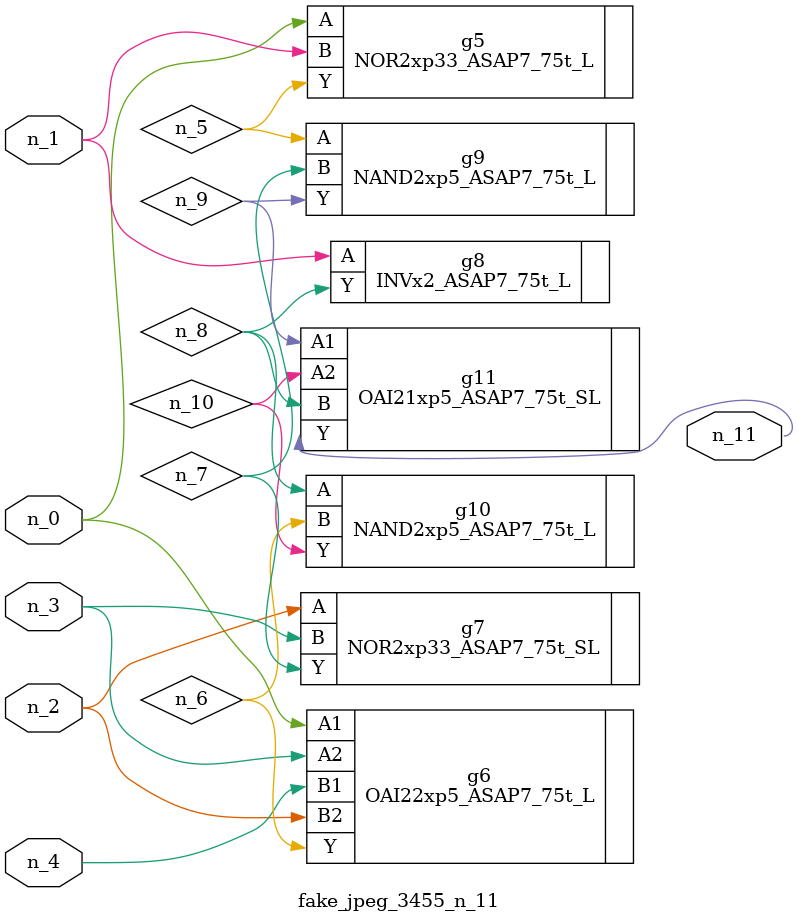
<source format=v>
module fake_jpeg_3455_n_11 (n_3, n_2, n_1, n_0, n_4, n_11);

input n_3;
input n_2;
input n_1;
input n_0;
input n_4;

output n_11;

wire n_10;
wire n_8;
wire n_9;
wire n_6;
wire n_5;
wire n_7;

NOR2xp33_ASAP7_75t_L g5 ( 
.A(n_0),
.B(n_1),
.Y(n_5)
);

OAI22xp5_ASAP7_75t_L g6 ( 
.A1(n_0),
.A2(n_3),
.B1(n_4),
.B2(n_2),
.Y(n_6)
);

NOR2xp33_ASAP7_75t_SL g7 ( 
.A(n_2),
.B(n_3),
.Y(n_7)
);

INVx2_ASAP7_75t_L g8 ( 
.A(n_1),
.Y(n_8)
);

NAND2xp5_ASAP7_75t_L g9 ( 
.A(n_5),
.B(n_7),
.Y(n_9)
);

OAI21xp5_ASAP7_75t_SL g11 ( 
.A1(n_9),
.A2(n_10),
.B(n_8),
.Y(n_11)
);

NAND2xp5_ASAP7_75t_L g10 ( 
.A(n_8),
.B(n_6),
.Y(n_10)
);


endmodule
</source>
